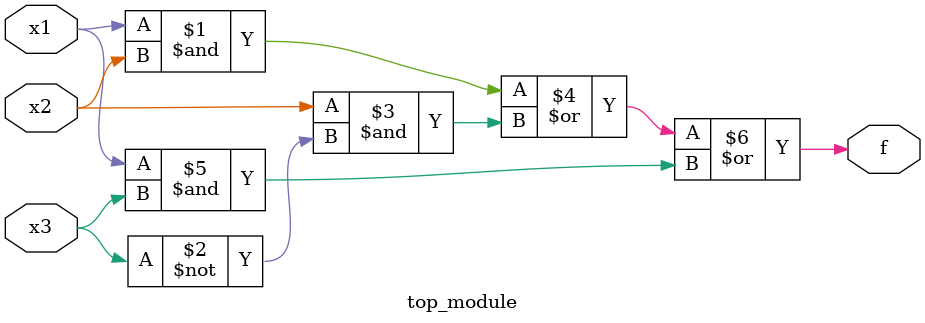
<source format=v>
module top_module( 
    input x3,
    input x2,
    input x1,  // three inputs
    output f   // one output
);
    assign f = (x1 & x2) | (x2 & ~x3) | (x1 & x3);

endmodule

</source>
